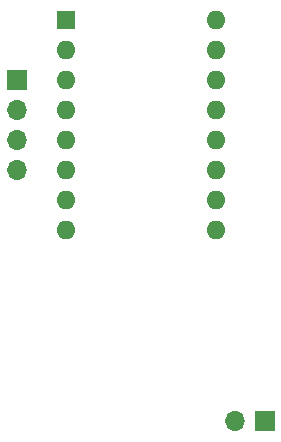
<source format=gbr>
%TF.GenerationSoftware,KiCad,Pcbnew,7.0.6*%
%TF.CreationDate,2023-09-28T21:06:28-04:00*%
%TF.ProjectId,Welder_Knob,57656c64-6572-45f4-9b6e-6f622e6b6963,rev?*%
%TF.SameCoordinates,Original*%
%TF.FileFunction,Soldermask,Bot*%
%TF.FilePolarity,Negative*%
%FSLAX46Y46*%
G04 Gerber Fmt 4.6, Leading zero omitted, Abs format (unit mm)*
G04 Created by KiCad (PCBNEW 7.0.6) date 2023-09-28 21:06:28*
%MOMM*%
%LPD*%
G01*
G04 APERTURE LIST*
%ADD10R,1.600000X1.600000*%
%ADD11O,1.600000X1.600000*%
%ADD12R,1.700000X1.700000*%
%ADD13O,1.700000X1.700000*%
G04 APERTURE END LIST*
D10*
%TO.C,A7*%
X126660000Y-62300000D03*
D11*
X126660000Y-64840000D03*
X126660000Y-67380000D03*
X126660000Y-69920000D03*
X126660000Y-72460000D03*
X126660000Y-75000000D03*
X126660000Y-77540000D03*
X126660000Y-80080000D03*
X139360000Y-80080000D03*
X139360000Y-77540000D03*
X139360000Y-75000000D03*
X139360000Y-72460000D03*
X139360000Y-69920000D03*
X139360000Y-67380000D03*
X139360000Y-64840000D03*
X139360000Y-62300000D03*
%TD*%
D12*
%TO.C,J9*%
X122500000Y-67460000D03*
D13*
X122500000Y-70000000D03*
X122500000Y-72540000D03*
X122500000Y-75080000D03*
%TD*%
D12*
%TO.C,J7*%
X143490000Y-96325000D03*
D13*
X140950000Y-96325000D03*
%TD*%
M02*

</source>
